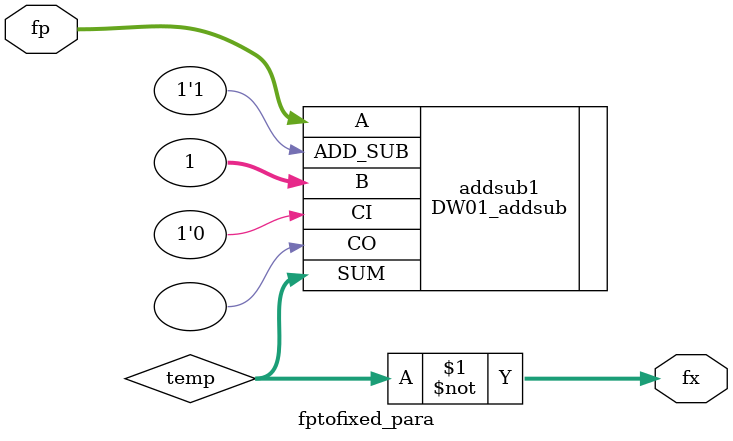
<source format=v>
module expunit_fixed (a, z, status, stage_run, clk, reset);

		
	input [31:0] a;
	input stage_run;
  	input clk;
  	input reset;
	output [31:0] z;
	output [7:0] status;

	wire [31:0] fp_out;
	reg [31:0] fp_out_reg;
	wire [31:0] fx;
	wire [31:0] fx2;

	always @(posedge clk) begin
    		if(reset) begin
      		fp_out_reg <= 0;
    		end else if(stage_run) begin
      		fp_out_reg <= fp_out;
    		end
  	end

	//fptofixed_para fpfx (.fp(a), .fx(fxout));
	fptofixed_para fptofx2 (.fp(a),.fx(fx));
	fixedtofp  fxtofp2 (.fp(fx),.fx(fp_out));
	DW_fp_exp #(23,8,1,2) expfxdw (.a(fp_out_reg), .z(z), .status(status));
	
endmodule

module fixedtofp (
	fp,
	fx
	);
	
	

	input [31:0] fp; // Half Precision fp
	output [31:0] fx;  
	
	wire [31:0] dec;
	wire [5:0] enc;

	wire [7:0] log;
	wire [30:0] temp;
	//wire grt;
	wire [30:0] temp2;
	reg [31:0] temp3;

	assign temp = fp[30:0];
	assign fx = {1'b1,log,temp3[30:8]};

always @(temp2)
begin
	if (dec[31:0] == 0)
		begin
			temp3 <= 31'h00000000;		
		end

	else 
		begin
			temp3 <= temp2;
		end
end	

always @(enc) begin
 	case (enc[4:0])
			5'b0 		: log = 8'b10001110;
			5'b1 		: log = 8'b10001101;
			5'b10 		: log = 8'b10001100;
			5'b11 		: log = 8'b10001011;
			5'b100 		: log = 8'b10001010;
			5'b101 		: log = 8'b10001001;
			5'b110 		: log = 8'b10001000;
			5'b111 		: log = 8'b10000111;
			5'b1000 		: log = 8'b10000110;
			5'b1001 		: log = 8'b10000101;
			5'b1010 		: log = 8'b10000100;
			5'b1011 		: log = 8'b10000011;
			5'b1100 		: log = 8'b10000010;
			5'b1101 		: log = 8'b10000001;
			5'b1110 		: log = 8'b10000000;
			5'b1111 		: log = 8'b01111111;
			5'b10000 		: log = 8'b01111110;
			5'b10001 		: log = 8'b01111101;
			5'b10010 		: log = 8'b01111100;
			5'b10011 		: log = 8'b01111011;
			5'b10100 		: log = 8'b01111010;
			5'b10101 		: log = 8'b01111001;
			5'b10110 		: log = 8'b01111000;
			5'b10111 		: log = 8'b01110111;
			5'b11000 		: log = 8'b01110110;
			5'b11001 		: log = 8'b01110101;
			5'b11010 		: log = 8'b01110100;
			5'b11011 		: log = 8'b01110011;
			5'b11100 		: log = 8'b01110010;
			5'b11101 		: log = 8'b01110001;
			5'b11110 		: log = 8'b01110000;
			5'b11111 		: log = 8'b01101111;
        endcase
end

DW_lzd #(32) lzd (.a(fp),.enc(enc),.dec(dec));
DW01_ash #(31,6) ash( .A(temp[30:0]), .DATA_TC(1'b0), .SH(enc), .SH_TC(1'b0), .B(temp2));
//DW01_addsub #(32) addsub1 (.A(fp),.B(32'h00000001),.CI(1'b0),.ADD_SUB(1'b1),.SUM(temp),.CO());
endmodule

module fptofixed_para (
	fp,
	fx
	);
	

	input [31:0] fp; // Half Precision fp
	output [31:0] fx;  

	wire [31:0] temp;

	assign fx = ~(temp[31:0]);	

DW01_addsub #(32) addsub1 (.A(fp),.B(32'h00000001),.CI(1'b0),.ADD_SUB(1'b1),.SUM(temp),.CO());
endmodule

</source>
